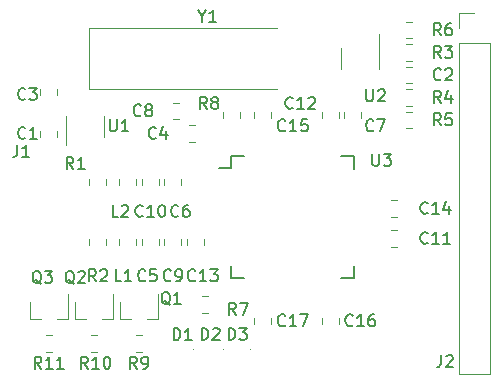
<source format=gto>
G04 #@! TF.GenerationSoftware,KiCad,Pcbnew,5.0.1*
G04 #@! TF.CreationDate,2019-11-25T21:23:25-06:00*
G04 #@! TF.ProjectId,ft2232_board,6674323233325F626F6172642E6B6963,A*
G04 #@! TF.SameCoordinates,Original*
G04 #@! TF.FileFunction,Legend,Top*
G04 #@! TF.FilePolarity,Positive*
%FSLAX46Y46*%
G04 Gerber Fmt 4.6, Leading zero omitted, Abs format (unit mm)*
G04 Created by KiCad (PCBNEW 5.0.1) date Mon 25 Nov 2019 09:23:25 PM CST*
%MOMM*%
%LPD*%
G01*
G04 APERTURE LIST*
%ADD10C,0.120000*%
%ADD11C,0.100000*%
%ADD12C,0.150000*%
G04 APERTURE END LIST*
D10*
G04 #@! TO.C,C1*
X155904000Y-120987078D02*
X155904000Y-120469922D01*
X154484000Y-120987078D02*
X154484000Y-120469922D01*
G04 #@! TO.C,C2*
X185463922Y-116407000D02*
X185981078Y-116407000D01*
X185463922Y-114987000D02*
X185981078Y-114987000D01*
G04 #@! TO.C,C3*
X154484000Y-116913922D02*
X154484000Y-117431078D01*
X155904000Y-116913922D02*
X155904000Y-117431078D01*
G04 #@! TO.C,C4*
X167596078Y-119940000D02*
X167078922Y-119940000D01*
X167596078Y-121360000D02*
X167078922Y-121360000D01*
G04 #@! TO.C,C5*
X163120000Y-129583922D02*
X163120000Y-130101078D01*
X164540000Y-129583922D02*
X164540000Y-130101078D01*
G04 #@! TO.C,C6*
X166445000Y-125051078D02*
X166445000Y-124533922D01*
X165025000Y-125051078D02*
X165025000Y-124533922D01*
G04 #@! TO.C,C7*
X181685000Y-119336078D02*
X181685000Y-118818922D01*
X180265000Y-119336078D02*
X180265000Y-118818922D01*
G04 #@! TO.C,C8*
X166296078Y-118035000D02*
X165778922Y-118035000D01*
X166296078Y-119455000D02*
X165778922Y-119455000D01*
G04 #@! TO.C,C9*
X165025000Y-129583922D02*
X165025000Y-130101078D01*
X166445000Y-129583922D02*
X166445000Y-130101078D01*
G04 #@! TO.C,C10*
X164540000Y-125051078D02*
X164540000Y-124533922D01*
X163120000Y-125051078D02*
X163120000Y-124533922D01*
G04 #@! TO.C,C11*
X184223922Y-130250000D02*
X184741078Y-130250000D01*
X184223922Y-128830000D02*
X184741078Y-128830000D01*
G04 #@! TO.C,C12*
X179780000Y-119336078D02*
X179780000Y-118818922D01*
X178360000Y-119336078D02*
X178360000Y-118818922D01*
G04 #@! TO.C,C13*
X166930000Y-129583922D02*
X166930000Y-130101078D01*
X168350000Y-129583922D02*
X168350000Y-130101078D01*
G04 #@! TO.C,C14*
X184223922Y-127710000D02*
X184741078Y-127710000D01*
X184223922Y-126290000D02*
X184741078Y-126290000D01*
G04 #@! TO.C,C15*
X174065000Y-119336078D02*
X174065000Y-118818922D01*
X172645000Y-119336078D02*
X172645000Y-118818922D01*
G04 #@! TO.C,C16*
X178360000Y-136266422D02*
X178360000Y-136783578D01*
X179780000Y-136266422D02*
X179780000Y-136783578D01*
G04 #@! TO.C,C17*
X172645000Y-136266422D02*
X172645000Y-136783578D01*
X174065000Y-136266422D02*
X174065000Y-136783578D01*
D11*
G04 #@! TO.C,D1*
X167533000Y-138938000D02*
G75*
G03X167533000Y-138938000I-50000J0D01*
G01*
G04 #@! TO.C,D2*
X170027000Y-138938000D02*
G75*
G03X170027000Y-138938000I-50000J0D01*
G01*
G04 #@! TO.C,D3*
X172336000Y-138938000D02*
G75*
G03X172336000Y-138938000I-50000J0D01*
G01*
D10*
G04 #@! TO.C,L1*
X162635000Y-130101078D02*
X162635000Y-129583922D01*
X161215000Y-130101078D02*
X161215000Y-129583922D01*
G04 #@! TO.C,L2*
X161215000Y-124533922D02*
X161215000Y-125051078D01*
X162635000Y-124533922D02*
X162635000Y-125051078D01*
G04 #@! TO.C,Q1*
X161300000Y-136380000D02*
X161300000Y-134920000D01*
X164460000Y-136380000D02*
X164460000Y-134220000D01*
X164460000Y-136380000D02*
X163530000Y-136380000D01*
X161300000Y-136380000D02*
X162230000Y-136380000D01*
G04 #@! TO.C,Q2*
X157485000Y-136380000D02*
X157485000Y-134920000D01*
X160645000Y-136380000D02*
X160645000Y-134220000D01*
X160645000Y-136380000D02*
X159715000Y-136380000D01*
X157485000Y-136380000D02*
X158415000Y-136380000D01*
G04 #@! TO.C,Q3*
X153675000Y-136380000D02*
X153675000Y-134920000D01*
X156835000Y-136380000D02*
X156835000Y-134220000D01*
X156835000Y-136380000D02*
X155905000Y-136380000D01*
X153675000Y-136380000D02*
X154605000Y-136380000D01*
G04 #@! TO.C,R1*
X160095000Y-125021078D02*
X160095000Y-124503922D01*
X158675000Y-125021078D02*
X158675000Y-124503922D01*
G04 #@! TO.C,R2*
X158675000Y-129583922D02*
X158675000Y-130101078D01*
X160095000Y-129583922D02*
X160095000Y-130101078D01*
G04 #@! TO.C,R3*
X185493922Y-114502000D02*
X186011078Y-114502000D01*
X185493922Y-113082000D02*
X186011078Y-113082000D01*
G04 #@! TO.C,R4*
X185463922Y-118312000D02*
X185981078Y-118312000D01*
X185463922Y-116892000D02*
X185981078Y-116892000D01*
G04 #@! TO.C,R5*
X185463922Y-120217000D02*
X185981078Y-120217000D01*
X185463922Y-118797000D02*
X185981078Y-118797000D01*
G04 #@! TO.C,R6*
X185493922Y-112597000D02*
X186011078Y-112597000D01*
X185493922Y-111177000D02*
X186011078Y-111177000D01*
G04 #@! TO.C,R7*
X168716799Y-134445601D02*
X168199643Y-134445601D01*
X168716799Y-135865601D02*
X168199643Y-135865601D01*
G04 #@! TO.C,R8*
X169978000Y-118818922D02*
X169978000Y-119336078D01*
X171398000Y-118818922D02*
X171398000Y-119336078D01*
G04 #@! TO.C,R9*
X162633922Y-139140000D02*
X163151078Y-139140000D01*
X162633922Y-137720000D02*
X163151078Y-137720000D01*
G04 #@! TO.C,R10*
X158823922Y-139140000D02*
X159341078Y-139140000D01*
X158823922Y-137720000D02*
X159341078Y-137720000D01*
G04 #@! TO.C,R11*
X155013922Y-139140000D02*
X155531078Y-139140000D01*
X155013922Y-137720000D02*
X155531078Y-137720000D01*
G04 #@! TO.C,U1*
X156698000Y-119162000D02*
X156698000Y-121612000D01*
X159918000Y-120962000D02*
X159918000Y-119162000D01*
G04 #@! TO.C,U2*
X183220000Y-115200000D02*
X183220000Y-112250000D01*
X180000000Y-113400000D02*
X180000000Y-115200000D01*
D12*
G04 #@! TO.C,U3*
X170705000Y-123575000D02*
X169680000Y-123575000D01*
X181055000Y-122575000D02*
X179980000Y-122575000D01*
X181055000Y-132925000D02*
X179980000Y-132925000D01*
X170705000Y-132925000D02*
X171780000Y-132925000D01*
X170705000Y-122575000D02*
X171780000Y-122575000D01*
X170705000Y-132925000D02*
X170705000Y-131850000D01*
X181055000Y-132925000D02*
X181055000Y-131850000D01*
X181055000Y-122575000D02*
X181055000Y-123650000D01*
X170705000Y-122575000D02*
X170705000Y-123575000D01*
D10*
G04 #@! TO.C,Y1*
X158612500Y-116850000D02*
X174587500Y-116850000D01*
X158612500Y-111750000D02*
X158612500Y-116850000D01*
X174587500Y-111750000D02*
X158612500Y-111750000D01*
G04 #@! TO.C,J2*
X189932000Y-110430000D02*
X191262000Y-110430000D01*
X189932000Y-111760000D02*
X189932000Y-110430000D01*
X189932000Y-113030000D02*
X192592000Y-113030000D01*
X192592000Y-113030000D02*
X192592000Y-141030000D01*
X189932000Y-113030000D02*
X189932000Y-141030000D01*
X189932000Y-141030000D02*
X192592000Y-141030000D01*
G04 #@! TO.C,C1*
D12*
X153249333Y-121007142D02*
X153201714Y-121054761D01*
X153058857Y-121102380D01*
X152963619Y-121102380D01*
X152820761Y-121054761D01*
X152725523Y-120959523D01*
X152677904Y-120864285D01*
X152630285Y-120673809D01*
X152630285Y-120530952D01*
X152677904Y-120340476D01*
X152725523Y-120245238D01*
X152820761Y-120150000D01*
X152963619Y-120102380D01*
X153058857Y-120102380D01*
X153201714Y-120150000D01*
X153249333Y-120197619D01*
X154201714Y-121102380D02*
X153630285Y-121102380D01*
X153916000Y-121102380D02*
X153916000Y-120102380D01*
X153820761Y-120245238D01*
X153725523Y-120340476D01*
X153630285Y-120388095D01*
G04 #@! TO.C,C2*
X188428333Y-116054142D02*
X188380714Y-116101761D01*
X188237857Y-116149380D01*
X188142619Y-116149380D01*
X187999761Y-116101761D01*
X187904523Y-116006523D01*
X187856904Y-115911285D01*
X187809285Y-115720809D01*
X187809285Y-115577952D01*
X187856904Y-115387476D01*
X187904523Y-115292238D01*
X187999761Y-115197000D01*
X188142619Y-115149380D01*
X188237857Y-115149380D01*
X188380714Y-115197000D01*
X188428333Y-115244619D01*
X188809285Y-115244619D02*
X188856904Y-115197000D01*
X188952142Y-115149380D01*
X189190238Y-115149380D01*
X189285476Y-115197000D01*
X189333095Y-115244619D01*
X189380714Y-115339857D01*
X189380714Y-115435095D01*
X189333095Y-115577952D01*
X188761666Y-116149380D01*
X189380714Y-116149380D01*
G04 #@! TO.C,C3*
X153249333Y-117705142D02*
X153201714Y-117752761D01*
X153058857Y-117800380D01*
X152963619Y-117800380D01*
X152820761Y-117752761D01*
X152725523Y-117657523D01*
X152677904Y-117562285D01*
X152630285Y-117371809D01*
X152630285Y-117228952D01*
X152677904Y-117038476D01*
X152725523Y-116943238D01*
X152820761Y-116848000D01*
X152963619Y-116800380D01*
X153058857Y-116800380D01*
X153201714Y-116848000D01*
X153249333Y-116895619D01*
X153582666Y-116800380D02*
X154201714Y-116800380D01*
X153868380Y-117181333D01*
X154011238Y-117181333D01*
X154106476Y-117228952D01*
X154154095Y-117276571D01*
X154201714Y-117371809D01*
X154201714Y-117609904D01*
X154154095Y-117705142D01*
X154106476Y-117752761D01*
X154011238Y-117800380D01*
X153725523Y-117800380D01*
X153630285Y-117752761D01*
X153582666Y-117705142D01*
G04 #@! TO.C,C4*
X164298333Y-121007142D02*
X164250714Y-121054761D01*
X164107857Y-121102380D01*
X164012619Y-121102380D01*
X163869761Y-121054761D01*
X163774523Y-120959523D01*
X163726904Y-120864285D01*
X163679285Y-120673809D01*
X163679285Y-120530952D01*
X163726904Y-120340476D01*
X163774523Y-120245238D01*
X163869761Y-120150000D01*
X164012619Y-120102380D01*
X164107857Y-120102380D01*
X164250714Y-120150000D01*
X164298333Y-120197619D01*
X165155476Y-120435714D02*
X165155476Y-121102380D01*
X164917380Y-120054761D02*
X164679285Y-120769047D01*
X165298333Y-120769047D01*
G04 #@! TO.C,C5*
X163409333Y-133072142D02*
X163361714Y-133119761D01*
X163218857Y-133167380D01*
X163123619Y-133167380D01*
X162980761Y-133119761D01*
X162885523Y-133024523D01*
X162837904Y-132929285D01*
X162790285Y-132738809D01*
X162790285Y-132595952D01*
X162837904Y-132405476D01*
X162885523Y-132310238D01*
X162980761Y-132215000D01*
X163123619Y-132167380D01*
X163218857Y-132167380D01*
X163361714Y-132215000D01*
X163409333Y-132262619D01*
X164314095Y-132167380D02*
X163837904Y-132167380D01*
X163790285Y-132643571D01*
X163837904Y-132595952D01*
X163933142Y-132548333D01*
X164171238Y-132548333D01*
X164266476Y-132595952D01*
X164314095Y-132643571D01*
X164361714Y-132738809D01*
X164361714Y-132976904D01*
X164314095Y-133072142D01*
X164266476Y-133119761D01*
X164171238Y-133167380D01*
X163933142Y-133167380D01*
X163837904Y-133119761D01*
X163790285Y-133072142D01*
G04 #@! TO.C,C6*
X166203333Y-127611142D02*
X166155714Y-127658761D01*
X166012857Y-127706380D01*
X165917619Y-127706380D01*
X165774761Y-127658761D01*
X165679523Y-127563523D01*
X165631904Y-127468285D01*
X165584285Y-127277809D01*
X165584285Y-127134952D01*
X165631904Y-126944476D01*
X165679523Y-126849238D01*
X165774761Y-126754000D01*
X165917619Y-126706380D01*
X166012857Y-126706380D01*
X166155714Y-126754000D01*
X166203333Y-126801619D01*
X167060476Y-126706380D02*
X166870000Y-126706380D01*
X166774761Y-126754000D01*
X166727142Y-126801619D01*
X166631904Y-126944476D01*
X166584285Y-127134952D01*
X166584285Y-127515904D01*
X166631904Y-127611142D01*
X166679523Y-127658761D01*
X166774761Y-127706380D01*
X166965238Y-127706380D01*
X167060476Y-127658761D01*
X167108095Y-127611142D01*
X167155714Y-127515904D01*
X167155714Y-127277809D01*
X167108095Y-127182571D01*
X167060476Y-127134952D01*
X166965238Y-127087333D01*
X166774761Y-127087333D01*
X166679523Y-127134952D01*
X166631904Y-127182571D01*
X166584285Y-127277809D01*
G04 #@! TO.C,C7*
X182713333Y-120372142D02*
X182665714Y-120419761D01*
X182522857Y-120467380D01*
X182427619Y-120467380D01*
X182284761Y-120419761D01*
X182189523Y-120324523D01*
X182141904Y-120229285D01*
X182094285Y-120038809D01*
X182094285Y-119895952D01*
X182141904Y-119705476D01*
X182189523Y-119610238D01*
X182284761Y-119515000D01*
X182427619Y-119467380D01*
X182522857Y-119467380D01*
X182665714Y-119515000D01*
X182713333Y-119562619D01*
X183046666Y-119467380D02*
X183713333Y-119467380D01*
X183284761Y-120467380D01*
G04 #@! TO.C,C8*
X163028333Y-119102142D02*
X162980714Y-119149761D01*
X162837857Y-119197380D01*
X162742619Y-119197380D01*
X162599761Y-119149761D01*
X162504523Y-119054523D01*
X162456904Y-118959285D01*
X162409285Y-118768809D01*
X162409285Y-118625952D01*
X162456904Y-118435476D01*
X162504523Y-118340238D01*
X162599761Y-118245000D01*
X162742619Y-118197380D01*
X162837857Y-118197380D01*
X162980714Y-118245000D01*
X163028333Y-118292619D01*
X163599761Y-118625952D02*
X163504523Y-118578333D01*
X163456904Y-118530714D01*
X163409285Y-118435476D01*
X163409285Y-118387857D01*
X163456904Y-118292619D01*
X163504523Y-118245000D01*
X163599761Y-118197380D01*
X163790238Y-118197380D01*
X163885476Y-118245000D01*
X163933095Y-118292619D01*
X163980714Y-118387857D01*
X163980714Y-118435476D01*
X163933095Y-118530714D01*
X163885476Y-118578333D01*
X163790238Y-118625952D01*
X163599761Y-118625952D01*
X163504523Y-118673571D01*
X163456904Y-118721190D01*
X163409285Y-118816428D01*
X163409285Y-119006904D01*
X163456904Y-119102142D01*
X163504523Y-119149761D01*
X163599761Y-119197380D01*
X163790238Y-119197380D01*
X163885476Y-119149761D01*
X163933095Y-119102142D01*
X163980714Y-119006904D01*
X163980714Y-118816428D01*
X163933095Y-118721190D01*
X163885476Y-118673571D01*
X163790238Y-118625952D01*
G04 #@! TO.C,C9*
X165568333Y-133072142D02*
X165520714Y-133119761D01*
X165377857Y-133167380D01*
X165282619Y-133167380D01*
X165139761Y-133119761D01*
X165044523Y-133024523D01*
X164996904Y-132929285D01*
X164949285Y-132738809D01*
X164949285Y-132595952D01*
X164996904Y-132405476D01*
X165044523Y-132310238D01*
X165139761Y-132215000D01*
X165282619Y-132167380D01*
X165377857Y-132167380D01*
X165520714Y-132215000D01*
X165568333Y-132262619D01*
X166044523Y-133167380D02*
X166235000Y-133167380D01*
X166330238Y-133119761D01*
X166377857Y-133072142D01*
X166473095Y-132929285D01*
X166520714Y-132738809D01*
X166520714Y-132357857D01*
X166473095Y-132262619D01*
X166425476Y-132215000D01*
X166330238Y-132167380D01*
X166139761Y-132167380D01*
X166044523Y-132215000D01*
X165996904Y-132262619D01*
X165949285Y-132357857D01*
X165949285Y-132595952D01*
X165996904Y-132691190D01*
X166044523Y-132738809D01*
X166139761Y-132786428D01*
X166330238Y-132786428D01*
X166425476Y-132738809D01*
X166473095Y-132691190D01*
X166520714Y-132595952D01*
G04 #@! TO.C,C10*
X163187142Y-127611142D02*
X163139523Y-127658761D01*
X162996666Y-127706380D01*
X162901428Y-127706380D01*
X162758571Y-127658761D01*
X162663333Y-127563523D01*
X162615714Y-127468285D01*
X162568095Y-127277809D01*
X162568095Y-127134952D01*
X162615714Y-126944476D01*
X162663333Y-126849238D01*
X162758571Y-126754000D01*
X162901428Y-126706380D01*
X162996666Y-126706380D01*
X163139523Y-126754000D01*
X163187142Y-126801619D01*
X164139523Y-127706380D02*
X163568095Y-127706380D01*
X163853809Y-127706380D02*
X163853809Y-126706380D01*
X163758571Y-126849238D01*
X163663333Y-126944476D01*
X163568095Y-126992095D01*
X164758571Y-126706380D02*
X164853809Y-126706380D01*
X164949047Y-126754000D01*
X164996666Y-126801619D01*
X165044285Y-126896857D01*
X165091904Y-127087333D01*
X165091904Y-127325428D01*
X165044285Y-127515904D01*
X164996666Y-127611142D01*
X164949047Y-127658761D01*
X164853809Y-127706380D01*
X164758571Y-127706380D01*
X164663333Y-127658761D01*
X164615714Y-127611142D01*
X164568095Y-127515904D01*
X164520476Y-127325428D01*
X164520476Y-127087333D01*
X164568095Y-126896857D01*
X164615714Y-126801619D01*
X164663333Y-126754000D01*
X164758571Y-126706380D01*
G04 #@! TO.C,C11*
X187317142Y-129897142D02*
X187269523Y-129944761D01*
X187126666Y-129992380D01*
X187031428Y-129992380D01*
X186888571Y-129944761D01*
X186793333Y-129849523D01*
X186745714Y-129754285D01*
X186698095Y-129563809D01*
X186698095Y-129420952D01*
X186745714Y-129230476D01*
X186793333Y-129135238D01*
X186888571Y-129040000D01*
X187031428Y-128992380D01*
X187126666Y-128992380D01*
X187269523Y-129040000D01*
X187317142Y-129087619D01*
X188269523Y-129992380D02*
X187698095Y-129992380D01*
X187983809Y-129992380D02*
X187983809Y-128992380D01*
X187888571Y-129135238D01*
X187793333Y-129230476D01*
X187698095Y-129278095D01*
X189221904Y-129992380D02*
X188650476Y-129992380D01*
X188936190Y-129992380D02*
X188936190Y-128992380D01*
X188840952Y-129135238D01*
X188745714Y-129230476D01*
X188650476Y-129278095D01*
G04 #@! TO.C,C12*
X175887142Y-118467142D02*
X175839523Y-118514761D01*
X175696666Y-118562380D01*
X175601428Y-118562380D01*
X175458571Y-118514761D01*
X175363333Y-118419523D01*
X175315714Y-118324285D01*
X175268095Y-118133809D01*
X175268095Y-117990952D01*
X175315714Y-117800476D01*
X175363333Y-117705238D01*
X175458571Y-117610000D01*
X175601428Y-117562380D01*
X175696666Y-117562380D01*
X175839523Y-117610000D01*
X175887142Y-117657619D01*
X176839523Y-118562380D02*
X176268095Y-118562380D01*
X176553809Y-118562380D02*
X176553809Y-117562380D01*
X176458571Y-117705238D01*
X176363333Y-117800476D01*
X176268095Y-117848095D01*
X177220476Y-117657619D02*
X177268095Y-117610000D01*
X177363333Y-117562380D01*
X177601428Y-117562380D01*
X177696666Y-117610000D01*
X177744285Y-117657619D01*
X177791904Y-117752857D01*
X177791904Y-117848095D01*
X177744285Y-117990952D01*
X177172857Y-118562380D01*
X177791904Y-118562380D01*
G04 #@! TO.C,C13*
X167632142Y-133072142D02*
X167584523Y-133119761D01*
X167441666Y-133167380D01*
X167346428Y-133167380D01*
X167203571Y-133119761D01*
X167108333Y-133024523D01*
X167060714Y-132929285D01*
X167013095Y-132738809D01*
X167013095Y-132595952D01*
X167060714Y-132405476D01*
X167108333Y-132310238D01*
X167203571Y-132215000D01*
X167346428Y-132167380D01*
X167441666Y-132167380D01*
X167584523Y-132215000D01*
X167632142Y-132262619D01*
X168584523Y-133167380D02*
X168013095Y-133167380D01*
X168298809Y-133167380D02*
X168298809Y-132167380D01*
X168203571Y-132310238D01*
X168108333Y-132405476D01*
X168013095Y-132453095D01*
X168917857Y-132167380D02*
X169536904Y-132167380D01*
X169203571Y-132548333D01*
X169346428Y-132548333D01*
X169441666Y-132595952D01*
X169489285Y-132643571D01*
X169536904Y-132738809D01*
X169536904Y-132976904D01*
X169489285Y-133072142D01*
X169441666Y-133119761D01*
X169346428Y-133167380D01*
X169060714Y-133167380D01*
X168965476Y-133119761D01*
X168917857Y-133072142D01*
G04 #@! TO.C,C14*
X187317142Y-127357142D02*
X187269523Y-127404761D01*
X187126666Y-127452380D01*
X187031428Y-127452380D01*
X186888571Y-127404761D01*
X186793333Y-127309523D01*
X186745714Y-127214285D01*
X186698095Y-127023809D01*
X186698095Y-126880952D01*
X186745714Y-126690476D01*
X186793333Y-126595238D01*
X186888571Y-126500000D01*
X187031428Y-126452380D01*
X187126666Y-126452380D01*
X187269523Y-126500000D01*
X187317142Y-126547619D01*
X188269523Y-127452380D02*
X187698095Y-127452380D01*
X187983809Y-127452380D02*
X187983809Y-126452380D01*
X187888571Y-126595238D01*
X187793333Y-126690476D01*
X187698095Y-126738095D01*
X189126666Y-126785714D02*
X189126666Y-127452380D01*
X188888571Y-126404761D02*
X188650476Y-127119047D01*
X189269523Y-127119047D01*
G04 #@! TO.C,C15*
X175252142Y-120372142D02*
X175204523Y-120419761D01*
X175061666Y-120467380D01*
X174966428Y-120467380D01*
X174823571Y-120419761D01*
X174728333Y-120324523D01*
X174680714Y-120229285D01*
X174633095Y-120038809D01*
X174633095Y-119895952D01*
X174680714Y-119705476D01*
X174728333Y-119610238D01*
X174823571Y-119515000D01*
X174966428Y-119467380D01*
X175061666Y-119467380D01*
X175204523Y-119515000D01*
X175252142Y-119562619D01*
X176204523Y-120467380D02*
X175633095Y-120467380D01*
X175918809Y-120467380D02*
X175918809Y-119467380D01*
X175823571Y-119610238D01*
X175728333Y-119705476D01*
X175633095Y-119753095D01*
X177109285Y-119467380D02*
X176633095Y-119467380D01*
X176585476Y-119943571D01*
X176633095Y-119895952D01*
X176728333Y-119848333D01*
X176966428Y-119848333D01*
X177061666Y-119895952D01*
X177109285Y-119943571D01*
X177156904Y-120038809D01*
X177156904Y-120276904D01*
X177109285Y-120372142D01*
X177061666Y-120419761D01*
X176966428Y-120467380D01*
X176728333Y-120467380D01*
X176633095Y-120419761D01*
X176585476Y-120372142D01*
G04 #@! TO.C,C16*
X180967142Y-136882142D02*
X180919523Y-136929761D01*
X180776666Y-136977380D01*
X180681428Y-136977380D01*
X180538571Y-136929761D01*
X180443333Y-136834523D01*
X180395714Y-136739285D01*
X180348095Y-136548809D01*
X180348095Y-136405952D01*
X180395714Y-136215476D01*
X180443333Y-136120238D01*
X180538571Y-136025000D01*
X180681428Y-135977380D01*
X180776666Y-135977380D01*
X180919523Y-136025000D01*
X180967142Y-136072619D01*
X181919523Y-136977380D02*
X181348095Y-136977380D01*
X181633809Y-136977380D02*
X181633809Y-135977380D01*
X181538571Y-136120238D01*
X181443333Y-136215476D01*
X181348095Y-136263095D01*
X182776666Y-135977380D02*
X182586190Y-135977380D01*
X182490952Y-136025000D01*
X182443333Y-136072619D01*
X182348095Y-136215476D01*
X182300476Y-136405952D01*
X182300476Y-136786904D01*
X182348095Y-136882142D01*
X182395714Y-136929761D01*
X182490952Y-136977380D01*
X182681428Y-136977380D01*
X182776666Y-136929761D01*
X182824285Y-136882142D01*
X182871904Y-136786904D01*
X182871904Y-136548809D01*
X182824285Y-136453571D01*
X182776666Y-136405952D01*
X182681428Y-136358333D01*
X182490952Y-136358333D01*
X182395714Y-136405952D01*
X182348095Y-136453571D01*
X182300476Y-136548809D01*
G04 #@! TO.C,C17*
X175252142Y-136882142D02*
X175204523Y-136929761D01*
X175061666Y-136977380D01*
X174966428Y-136977380D01*
X174823571Y-136929761D01*
X174728333Y-136834523D01*
X174680714Y-136739285D01*
X174633095Y-136548809D01*
X174633095Y-136405952D01*
X174680714Y-136215476D01*
X174728333Y-136120238D01*
X174823571Y-136025000D01*
X174966428Y-135977380D01*
X175061666Y-135977380D01*
X175204523Y-136025000D01*
X175252142Y-136072619D01*
X176204523Y-136977380D02*
X175633095Y-136977380D01*
X175918809Y-136977380D02*
X175918809Y-135977380D01*
X175823571Y-136120238D01*
X175728333Y-136215476D01*
X175633095Y-136263095D01*
X176537857Y-135977380D02*
X177204523Y-135977380D01*
X176775952Y-136977380D01*
G04 #@! TO.C,D1*
X165815125Y-138147981D02*
X165815125Y-137147981D01*
X166053221Y-137147981D01*
X166196078Y-137195601D01*
X166291316Y-137290839D01*
X166338935Y-137386077D01*
X166386554Y-137576553D01*
X166386554Y-137719410D01*
X166338935Y-137909886D01*
X166291316Y-138005124D01*
X166196078Y-138100362D01*
X166053221Y-138147981D01*
X165815125Y-138147981D01*
X167338935Y-138147981D02*
X166767506Y-138147981D01*
X167053221Y-138147981D02*
X167053221Y-137147981D01*
X166957982Y-137290839D01*
X166862744Y-137386077D01*
X166767506Y-137433696D01*
G04 #@! TO.C,D2*
X168171904Y-138120380D02*
X168171904Y-137120380D01*
X168410000Y-137120380D01*
X168552857Y-137168000D01*
X168648095Y-137263238D01*
X168695714Y-137358476D01*
X168743333Y-137548952D01*
X168743333Y-137691809D01*
X168695714Y-137882285D01*
X168648095Y-137977523D01*
X168552857Y-138072761D01*
X168410000Y-138120380D01*
X168171904Y-138120380D01*
X169124285Y-137215619D02*
X169171904Y-137168000D01*
X169267142Y-137120380D01*
X169505238Y-137120380D01*
X169600476Y-137168000D01*
X169648095Y-137215619D01*
X169695714Y-137310857D01*
X169695714Y-137406095D01*
X169648095Y-137548952D01*
X169076666Y-138120380D01*
X169695714Y-138120380D01*
G04 #@! TO.C,D3*
X170457904Y-138120380D02*
X170457904Y-137120380D01*
X170696000Y-137120380D01*
X170838857Y-137168000D01*
X170934095Y-137263238D01*
X170981714Y-137358476D01*
X171029333Y-137548952D01*
X171029333Y-137691809D01*
X170981714Y-137882285D01*
X170934095Y-137977523D01*
X170838857Y-138072761D01*
X170696000Y-138120380D01*
X170457904Y-138120380D01*
X171362666Y-137120380D02*
X171981714Y-137120380D01*
X171648380Y-137501333D01*
X171791238Y-137501333D01*
X171886476Y-137548952D01*
X171934095Y-137596571D01*
X171981714Y-137691809D01*
X171981714Y-137929904D01*
X171934095Y-138025142D01*
X171886476Y-138072761D01*
X171791238Y-138120380D01*
X171505523Y-138120380D01*
X171410285Y-138072761D01*
X171362666Y-138025142D01*
G04 #@! TO.C,J1*
X152574666Y-121626380D02*
X152574666Y-122340666D01*
X152527047Y-122483523D01*
X152431809Y-122578761D01*
X152288952Y-122626380D01*
X152193714Y-122626380D01*
X153574666Y-122626380D02*
X153003238Y-122626380D01*
X153288952Y-122626380D02*
X153288952Y-121626380D01*
X153193714Y-121769238D01*
X153098476Y-121864476D01*
X153003238Y-121912095D01*
G04 #@! TO.C,L1*
X161377333Y-133167380D02*
X160901142Y-133167380D01*
X160901142Y-132167380D01*
X162234476Y-133167380D02*
X161663047Y-133167380D01*
X161948761Y-133167380D02*
X161948761Y-132167380D01*
X161853523Y-132310238D01*
X161758285Y-132405476D01*
X161663047Y-132453095D01*
G04 #@! TO.C,L2*
X161123333Y-127706380D02*
X160647142Y-127706380D01*
X160647142Y-126706380D01*
X161409047Y-126801619D02*
X161456666Y-126754000D01*
X161551904Y-126706380D01*
X161790000Y-126706380D01*
X161885238Y-126754000D01*
X161932857Y-126801619D01*
X161980476Y-126896857D01*
X161980476Y-126992095D01*
X161932857Y-127134952D01*
X161361428Y-127706380D01*
X161980476Y-127706380D01*
G04 #@! TO.C,Q1*
X165512761Y-135167619D02*
X165417523Y-135120000D01*
X165322285Y-135024761D01*
X165179428Y-134881904D01*
X165084190Y-134834285D01*
X164988952Y-134834285D01*
X165036571Y-135072380D02*
X164941333Y-135024761D01*
X164846095Y-134929523D01*
X164798476Y-134739047D01*
X164798476Y-134405714D01*
X164846095Y-134215238D01*
X164941333Y-134120000D01*
X165036571Y-134072380D01*
X165227047Y-134072380D01*
X165322285Y-134120000D01*
X165417523Y-134215238D01*
X165465142Y-134405714D01*
X165465142Y-134739047D01*
X165417523Y-134929523D01*
X165322285Y-135024761D01*
X165227047Y-135072380D01*
X165036571Y-135072380D01*
X166417523Y-135072380D02*
X165846095Y-135072380D01*
X166131809Y-135072380D02*
X166131809Y-134072380D01*
X166036571Y-134215238D01*
X165941333Y-134310476D01*
X165846095Y-134358095D01*
G04 #@! TO.C,Q2*
X157384761Y-133389619D02*
X157289523Y-133342000D01*
X157194285Y-133246761D01*
X157051428Y-133103904D01*
X156956190Y-133056285D01*
X156860952Y-133056285D01*
X156908571Y-133294380D02*
X156813333Y-133246761D01*
X156718095Y-133151523D01*
X156670476Y-132961047D01*
X156670476Y-132627714D01*
X156718095Y-132437238D01*
X156813333Y-132342000D01*
X156908571Y-132294380D01*
X157099047Y-132294380D01*
X157194285Y-132342000D01*
X157289523Y-132437238D01*
X157337142Y-132627714D01*
X157337142Y-132961047D01*
X157289523Y-133151523D01*
X157194285Y-133246761D01*
X157099047Y-133294380D01*
X156908571Y-133294380D01*
X157718095Y-132389619D02*
X157765714Y-132342000D01*
X157860952Y-132294380D01*
X158099047Y-132294380D01*
X158194285Y-132342000D01*
X158241904Y-132389619D01*
X158289523Y-132484857D01*
X158289523Y-132580095D01*
X158241904Y-132722952D01*
X157670476Y-133294380D01*
X158289523Y-133294380D01*
G04 #@! TO.C,Q3*
X154590761Y-133389619D02*
X154495523Y-133342000D01*
X154400285Y-133246761D01*
X154257428Y-133103904D01*
X154162190Y-133056285D01*
X154066952Y-133056285D01*
X154114571Y-133294380D02*
X154019333Y-133246761D01*
X153924095Y-133151523D01*
X153876476Y-132961047D01*
X153876476Y-132627714D01*
X153924095Y-132437238D01*
X154019333Y-132342000D01*
X154114571Y-132294380D01*
X154305047Y-132294380D01*
X154400285Y-132342000D01*
X154495523Y-132437238D01*
X154543142Y-132627714D01*
X154543142Y-132961047D01*
X154495523Y-133151523D01*
X154400285Y-133246761D01*
X154305047Y-133294380D01*
X154114571Y-133294380D01*
X154876476Y-132294380D02*
X155495523Y-132294380D01*
X155162190Y-132675333D01*
X155305047Y-132675333D01*
X155400285Y-132722952D01*
X155447904Y-132770571D01*
X155495523Y-132865809D01*
X155495523Y-133103904D01*
X155447904Y-133199142D01*
X155400285Y-133246761D01*
X155305047Y-133294380D01*
X155019333Y-133294380D01*
X154924095Y-133246761D01*
X154876476Y-133199142D01*
G04 #@! TO.C,R1*
X157313333Y-123642380D02*
X156980000Y-123166190D01*
X156741904Y-123642380D02*
X156741904Y-122642380D01*
X157122857Y-122642380D01*
X157218095Y-122690000D01*
X157265714Y-122737619D01*
X157313333Y-122832857D01*
X157313333Y-122975714D01*
X157265714Y-123070952D01*
X157218095Y-123118571D01*
X157122857Y-123166190D01*
X156741904Y-123166190D01*
X158265714Y-123642380D02*
X157694285Y-123642380D01*
X157980000Y-123642380D02*
X157980000Y-122642380D01*
X157884761Y-122785238D01*
X157789523Y-122880476D01*
X157694285Y-122928095D01*
G04 #@! TO.C,R2*
X159218333Y-133167380D02*
X158885000Y-132691190D01*
X158646904Y-133167380D02*
X158646904Y-132167380D01*
X159027857Y-132167380D01*
X159123095Y-132215000D01*
X159170714Y-132262619D01*
X159218333Y-132357857D01*
X159218333Y-132500714D01*
X159170714Y-132595952D01*
X159123095Y-132643571D01*
X159027857Y-132691190D01*
X158646904Y-132691190D01*
X159599285Y-132262619D02*
X159646904Y-132215000D01*
X159742142Y-132167380D01*
X159980238Y-132167380D01*
X160075476Y-132215000D01*
X160123095Y-132262619D01*
X160170714Y-132357857D01*
X160170714Y-132453095D01*
X160123095Y-132595952D01*
X159551666Y-133167380D01*
X160170714Y-133167380D01*
G04 #@! TO.C,R3*
X188428333Y-114244380D02*
X188095000Y-113768190D01*
X187856904Y-114244380D02*
X187856904Y-113244380D01*
X188237857Y-113244380D01*
X188333095Y-113292000D01*
X188380714Y-113339619D01*
X188428333Y-113434857D01*
X188428333Y-113577714D01*
X188380714Y-113672952D01*
X188333095Y-113720571D01*
X188237857Y-113768190D01*
X187856904Y-113768190D01*
X188761666Y-113244380D02*
X189380714Y-113244380D01*
X189047380Y-113625333D01*
X189190238Y-113625333D01*
X189285476Y-113672952D01*
X189333095Y-113720571D01*
X189380714Y-113815809D01*
X189380714Y-114053904D01*
X189333095Y-114149142D01*
X189285476Y-114196761D01*
X189190238Y-114244380D01*
X188904523Y-114244380D01*
X188809285Y-114196761D01*
X188761666Y-114149142D01*
G04 #@! TO.C,R4*
X188428333Y-118054380D02*
X188095000Y-117578190D01*
X187856904Y-118054380D02*
X187856904Y-117054380D01*
X188237857Y-117054380D01*
X188333095Y-117102000D01*
X188380714Y-117149619D01*
X188428333Y-117244857D01*
X188428333Y-117387714D01*
X188380714Y-117482952D01*
X188333095Y-117530571D01*
X188237857Y-117578190D01*
X187856904Y-117578190D01*
X189285476Y-117387714D02*
X189285476Y-118054380D01*
X189047380Y-117006761D02*
X188809285Y-117721047D01*
X189428333Y-117721047D01*
G04 #@! TO.C,R5*
X188428333Y-119959380D02*
X188095000Y-119483190D01*
X187856904Y-119959380D02*
X187856904Y-118959380D01*
X188237857Y-118959380D01*
X188333095Y-119007000D01*
X188380714Y-119054619D01*
X188428333Y-119149857D01*
X188428333Y-119292714D01*
X188380714Y-119387952D01*
X188333095Y-119435571D01*
X188237857Y-119483190D01*
X187856904Y-119483190D01*
X189333095Y-118959380D02*
X188856904Y-118959380D01*
X188809285Y-119435571D01*
X188856904Y-119387952D01*
X188952142Y-119340333D01*
X189190238Y-119340333D01*
X189285476Y-119387952D01*
X189333095Y-119435571D01*
X189380714Y-119530809D01*
X189380714Y-119768904D01*
X189333095Y-119864142D01*
X189285476Y-119911761D01*
X189190238Y-119959380D01*
X188952142Y-119959380D01*
X188856904Y-119911761D01*
X188809285Y-119864142D01*
G04 #@! TO.C,R6*
X188428333Y-112339380D02*
X188095000Y-111863190D01*
X187856904Y-112339380D02*
X187856904Y-111339380D01*
X188237857Y-111339380D01*
X188333095Y-111387000D01*
X188380714Y-111434619D01*
X188428333Y-111529857D01*
X188428333Y-111672714D01*
X188380714Y-111767952D01*
X188333095Y-111815571D01*
X188237857Y-111863190D01*
X187856904Y-111863190D01*
X189285476Y-111339380D02*
X189095000Y-111339380D01*
X188999761Y-111387000D01*
X188952142Y-111434619D01*
X188856904Y-111577476D01*
X188809285Y-111767952D01*
X188809285Y-112148904D01*
X188856904Y-112244142D01*
X188904523Y-112291761D01*
X188999761Y-112339380D01*
X189190238Y-112339380D01*
X189285476Y-112291761D01*
X189333095Y-112244142D01*
X189380714Y-112148904D01*
X189380714Y-111910809D01*
X189333095Y-111815571D01*
X189285476Y-111767952D01*
X189190238Y-111720333D01*
X188999761Y-111720333D01*
X188904523Y-111767952D01*
X188856904Y-111815571D01*
X188809285Y-111910809D01*
G04 #@! TO.C,R7*
X171085554Y-135988981D02*
X170752221Y-135512791D01*
X170514125Y-135988981D02*
X170514125Y-134988981D01*
X170895078Y-134988981D01*
X170990316Y-135036601D01*
X171037935Y-135084220D01*
X171085554Y-135179458D01*
X171085554Y-135322315D01*
X171037935Y-135417553D01*
X170990316Y-135465172D01*
X170895078Y-135512791D01*
X170514125Y-135512791D01*
X171418887Y-134988981D02*
X172085554Y-134988981D01*
X171656982Y-135988981D01*
G04 #@! TO.C,R8*
X168616333Y-118562380D02*
X168283000Y-118086190D01*
X168044904Y-118562380D02*
X168044904Y-117562380D01*
X168425857Y-117562380D01*
X168521095Y-117610000D01*
X168568714Y-117657619D01*
X168616333Y-117752857D01*
X168616333Y-117895714D01*
X168568714Y-117990952D01*
X168521095Y-118038571D01*
X168425857Y-118086190D01*
X168044904Y-118086190D01*
X169187761Y-117990952D02*
X169092523Y-117943333D01*
X169044904Y-117895714D01*
X168997285Y-117800476D01*
X168997285Y-117752857D01*
X169044904Y-117657619D01*
X169092523Y-117610000D01*
X169187761Y-117562380D01*
X169378238Y-117562380D01*
X169473476Y-117610000D01*
X169521095Y-117657619D01*
X169568714Y-117752857D01*
X169568714Y-117800476D01*
X169521095Y-117895714D01*
X169473476Y-117943333D01*
X169378238Y-117990952D01*
X169187761Y-117990952D01*
X169092523Y-118038571D01*
X169044904Y-118086190D01*
X168997285Y-118181428D01*
X168997285Y-118371904D01*
X169044904Y-118467142D01*
X169092523Y-118514761D01*
X169187761Y-118562380D01*
X169378238Y-118562380D01*
X169473476Y-118514761D01*
X169521095Y-118467142D01*
X169568714Y-118371904D01*
X169568714Y-118181428D01*
X169521095Y-118086190D01*
X169473476Y-118038571D01*
X169378238Y-117990952D01*
G04 #@! TO.C,R9*
X162703554Y-140560981D02*
X162370221Y-140084791D01*
X162132125Y-140560981D02*
X162132125Y-139560981D01*
X162513078Y-139560981D01*
X162608316Y-139608601D01*
X162655935Y-139656220D01*
X162703554Y-139751458D01*
X162703554Y-139894315D01*
X162655935Y-139989553D01*
X162608316Y-140037172D01*
X162513078Y-140084791D01*
X162132125Y-140084791D01*
X163179744Y-140560981D02*
X163370221Y-140560981D01*
X163465459Y-140513362D01*
X163513078Y-140465743D01*
X163608316Y-140322886D01*
X163655935Y-140132410D01*
X163655935Y-139751458D01*
X163608316Y-139656220D01*
X163560697Y-139608601D01*
X163465459Y-139560981D01*
X163274982Y-139560981D01*
X163179744Y-139608601D01*
X163132125Y-139656220D01*
X163084506Y-139751458D01*
X163084506Y-139989553D01*
X163132125Y-140084791D01*
X163179744Y-140132410D01*
X163274982Y-140180029D01*
X163465459Y-140180029D01*
X163560697Y-140132410D01*
X163608316Y-140084791D01*
X163655935Y-139989553D01*
G04 #@! TO.C,R10*
X158544363Y-140560981D02*
X158211030Y-140084791D01*
X157972935Y-140560981D02*
X157972935Y-139560981D01*
X158353887Y-139560981D01*
X158449125Y-139608601D01*
X158496744Y-139656220D01*
X158544363Y-139751458D01*
X158544363Y-139894315D01*
X158496744Y-139989553D01*
X158449125Y-140037172D01*
X158353887Y-140084791D01*
X157972935Y-140084791D01*
X159496744Y-140560981D02*
X158925316Y-140560981D01*
X159211030Y-140560981D02*
X159211030Y-139560981D01*
X159115792Y-139703839D01*
X159020554Y-139799077D01*
X158925316Y-139846696D01*
X160115792Y-139560981D02*
X160211030Y-139560981D01*
X160306268Y-139608601D01*
X160353887Y-139656220D01*
X160401506Y-139751458D01*
X160449125Y-139941934D01*
X160449125Y-140180029D01*
X160401506Y-140370505D01*
X160353887Y-140465743D01*
X160306268Y-140513362D01*
X160211030Y-140560981D01*
X160115792Y-140560981D01*
X160020554Y-140513362D01*
X159972935Y-140465743D01*
X159925316Y-140370505D01*
X159877697Y-140180029D01*
X159877697Y-139941934D01*
X159925316Y-139751458D01*
X159972935Y-139656220D01*
X160020554Y-139608601D01*
X160115792Y-139560981D01*
G04 #@! TO.C,R11*
X154607363Y-140560981D02*
X154274030Y-140084791D01*
X154035935Y-140560981D02*
X154035935Y-139560981D01*
X154416887Y-139560981D01*
X154512125Y-139608601D01*
X154559744Y-139656220D01*
X154607363Y-139751458D01*
X154607363Y-139894315D01*
X154559744Y-139989553D01*
X154512125Y-140037172D01*
X154416887Y-140084791D01*
X154035935Y-140084791D01*
X155559744Y-140560981D02*
X154988316Y-140560981D01*
X155274030Y-140560981D02*
X155274030Y-139560981D01*
X155178792Y-139703839D01*
X155083554Y-139799077D01*
X154988316Y-139846696D01*
X156512125Y-140560981D02*
X155940697Y-140560981D01*
X156226411Y-140560981D02*
X156226411Y-139560981D01*
X156131173Y-139703839D01*
X156035935Y-139799077D01*
X155940697Y-139846696D01*
G04 #@! TO.C,U1*
X160406095Y-119467380D02*
X160406095Y-120276904D01*
X160453714Y-120372142D01*
X160501333Y-120419761D01*
X160596571Y-120467380D01*
X160787047Y-120467380D01*
X160882285Y-120419761D01*
X160929904Y-120372142D01*
X160977523Y-120276904D01*
X160977523Y-119467380D01*
X161977523Y-120467380D02*
X161406095Y-120467380D01*
X161691809Y-120467380D02*
X161691809Y-119467380D01*
X161596571Y-119610238D01*
X161501333Y-119705476D01*
X161406095Y-119753095D01*
G04 #@! TO.C,U2*
X182118095Y-116927380D02*
X182118095Y-117736904D01*
X182165714Y-117832142D01*
X182213333Y-117879761D01*
X182308571Y-117927380D01*
X182499047Y-117927380D01*
X182594285Y-117879761D01*
X182641904Y-117832142D01*
X182689523Y-117736904D01*
X182689523Y-116927380D01*
X183118095Y-117022619D02*
X183165714Y-116975000D01*
X183260952Y-116927380D01*
X183499047Y-116927380D01*
X183594285Y-116975000D01*
X183641904Y-117022619D01*
X183689523Y-117117857D01*
X183689523Y-117213095D01*
X183641904Y-117355952D01*
X183070476Y-117927380D01*
X183689523Y-117927380D01*
G04 #@! TO.C,U3*
X182626095Y-122388380D02*
X182626095Y-123197904D01*
X182673714Y-123293142D01*
X182721333Y-123340761D01*
X182816571Y-123388380D01*
X183007047Y-123388380D01*
X183102285Y-123340761D01*
X183149904Y-123293142D01*
X183197523Y-123197904D01*
X183197523Y-122388380D01*
X183578476Y-122388380D02*
X184197523Y-122388380D01*
X183864190Y-122769333D01*
X184007047Y-122769333D01*
X184102285Y-122816952D01*
X184149904Y-122864571D01*
X184197523Y-122959809D01*
X184197523Y-123197904D01*
X184149904Y-123293142D01*
X184102285Y-123340761D01*
X184007047Y-123388380D01*
X183721333Y-123388380D01*
X183626095Y-123340761D01*
X183578476Y-123293142D01*
G04 #@! TO.C,Y1*
X168211309Y-110726190D02*
X168211309Y-111202380D01*
X167877976Y-110202380D02*
X168211309Y-110726190D01*
X168544642Y-110202380D01*
X169401785Y-111202380D02*
X168830357Y-111202380D01*
X169116071Y-111202380D02*
X169116071Y-110202380D01*
X169020833Y-110345238D01*
X168925595Y-110440476D01*
X168830357Y-110488095D01*
G04 #@! TO.C,J2*
X188444887Y-139433981D02*
X188444887Y-140148267D01*
X188397268Y-140291124D01*
X188302030Y-140386362D01*
X188159173Y-140433981D01*
X188063935Y-140433981D01*
X188873459Y-139529220D02*
X188921078Y-139481601D01*
X189016316Y-139433981D01*
X189254411Y-139433981D01*
X189349649Y-139481601D01*
X189397268Y-139529220D01*
X189444887Y-139624458D01*
X189444887Y-139719696D01*
X189397268Y-139862553D01*
X188825840Y-140433981D01*
X189444887Y-140433981D01*
G04 #@! TD*
M02*

</source>
